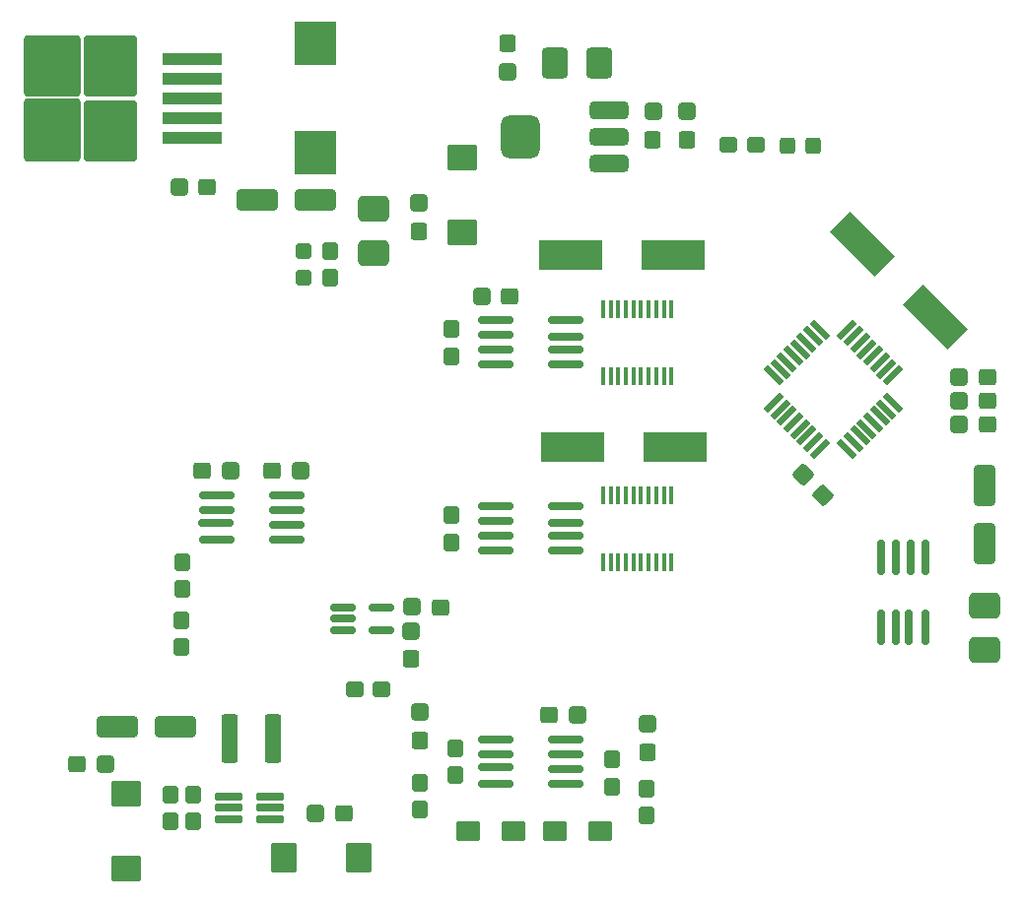
<source format=gbr>
%TF.GenerationSoftware,KiCad,Pcbnew,9.0.2*%
%TF.CreationDate,2025-08-14T17:52:04+08:00*%
%TF.ProjectId,SSRU_v3.1,53535255-5f76-4332-9e31-2e6b69636164,rev?*%
%TF.SameCoordinates,Original*%
%TF.FileFunction,Paste,Top*%
%TF.FilePolarity,Positive*%
%FSLAX46Y46*%
G04 Gerber Fmt 4.6, Leading zero omitted, Abs format (unit mm)*
G04 Created by KiCad (PCBNEW 9.0.2) date 2025-08-14 17:52:04*
%MOMM*%
%LPD*%
G01*
G04 APERTURE LIST*
G04 Aperture macros list*
%AMRoundRect*
0 Rectangle with rounded corners*
0 $1 Rounding radius*
0 $2 $3 $4 $5 $6 $7 $8 $9 X,Y pos of 4 corners*
0 Add a 4 corners polygon primitive as box body*
4,1,4,$2,$3,$4,$5,$6,$7,$8,$9,$2,$3,0*
0 Add four circle primitives for the rounded corners*
1,1,$1+$1,$2,$3*
1,1,$1+$1,$4,$5*
1,1,$1+$1,$6,$7*
1,1,$1+$1,$8,$9*
0 Add four rect primitives between the rounded corners*
20,1,$1+$1,$2,$3,$4,$5,0*
20,1,$1+$1,$4,$5,$6,$7,0*
20,1,$1+$1,$6,$7,$8,$9,0*
20,1,$1+$1,$8,$9,$2,$3,0*%
%AMRotRect*
0 Rectangle, with rotation*
0 The origin of the aperture is its center*
0 $1 length*
0 $2 width*
0 $3 Rotation angle, in degrees counterclockwise*
0 Add horizontal line*
21,1,$1,$2,0,0,$3*%
G04 Aperture macros list end*
%ADD10RoundRect,0.150000X1.350000X0.150000X-1.350000X0.150000X-1.350000X-0.150000X1.350000X-0.150000X0*%
%ADD11RoundRect,0.150000X1.337500X0.150000X-1.337500X0.150000X-1.337500X-0.150000X1.337500X-0.150000X0*%
%ADD12RoundRect,0.150000X0.150000X-1.350000X0.150000X1.350000X-0.150000X1.350000X-0.150000X-1.350000X0*%
%ADD13RoundRect,0.150000X0.150000X-1.337500X0.150000X1.337500X-0.150000X1.337500X-0.150000X-1.337500X0*%
%ADD14RoundRect,0.150000X-1.350000X-0.150000X1.350000X-0.150000X1.350000X0.150000X-1.350000X0.150000X0*%
%ADD15RoundRect,0.150000X-1.337500X-0.150000X1.337500X-0.150000X1.337500X0.150000X-1.337500X0.150000X0*%
%ADD16RoundRect,0.390352X-0.722148X-0.934648X0.722148X-0.934648X0.722148X0.934648X-0.722148X0.934648X0*%
%ADD17RoundRect,0.100000X-0.100000X0.687500X-0.100000X-0.687500X0.100000X-0.687500X0.100000X0.687500X0*%
%ADD18RoundRect,0.100000X-0.099999X0.687500X-0.099999X-0.687500X0.099999X-0.687500X0.099999X0.687500X0*%
%ADD19RoundRect,0.305575X0.412525X-0.460025X0.412525X0.460025X-0.412525X0.460025X-0.412525X-0.460025X0*%
%ADD20RoundRect,0.308511X0.416489X-0.457089X0.416489X0.457089X-0.416489X0.457089X-0.416489X-0.457089X0*%
%ADD21RoundRect,0.305575X0.460025X0.412525X-0.460025X0.412525X-0.460025X-0.412525X0.460025X-0.412525X0*%
%ADD22RoundRect,0.308511X0.457089X0.416489X-0.457089X0.416489X-0.457089X-0.416489X0.457089X-0.416489X0*%
%ADD23RoundRect,0.278125X0.389375X-0.474375X0.389375X0.474375X-0.389375X0.474375X-0.389375X-0.474375X0*%
%ADD24RoundRect,0.375000X1.300000X0.375000X-1.300000X0.375000X-1.300000X-0.375000X1.300000X-0.375000X0*%
%ADD25RoundRect,0.837500X0.837500X1.062500X-0.837500X1.062500X-0.837500X-1.062500X0.837500X-1.062500X0*%
%ADD26RoundRect,0.387500X1.287500X0.387500X-1.287500X0.387500X-1.287500X-0.387500X1.287500X-0.387500X0*%
%ADD27RoundRect,0.250001X-1.044999X0.872499X-1.044999X-0.872499X1.044999X-0.872499X1.044999X0.872499X0*%
%ADD28RoundRect,0.305575X-0.460025X-0.412525X0.460025X-0.412525X0.460025X0.412525X-0.460025X0.412525X0*%
%ADD29RoundRect,0.308511X-0.457089X-0.416489X0.457089X-0.416489X0.457089X0.416489X-0.457089X0.416489X0*%
%ADD30RoundRect,0.293478X-0.406522X0.381522X-0.406522X-0.381522X0.406522X-0.381522X0.406522X0.381522X0*%
%ADD31RoundRect,0.305575X-0.412525X0.460025X-0.412525X-0.460025X0.412525X-0.460025X0.412525X0.460025X0*%
%ADD32RoundRect,0.308511X-0.416489X0.457089X-0.416489X-0.457089X0.416489X-0.457089X0.416489X0.457089X0*%
%ADD33RoundRect,0.293478X0.381522X0.406522X-0.381522X0.406522X-0.381522X-0.406522X0.381522X-0.406522X0*%
%ADD34R,5.500000X2.500000*%
%ADD35RoundRect,0.278125X-0.389375X0.474375X-0.389375X-0.474375X0.389375X-0.474375X0.389375X0.474375X0*%
%ADD36RotRect,5.500000X2.500000X315.000000*%
%ADD37RoundRect,0.390352X0.934648X-0.722148X0.934648X0.722148X-0.934648X0.722148X-0.934648X-0.722148X0*%
%ADD38RoundRect,0.336539X0.713461X0.538461X-0.713461X0.538461X-0.713461X-0.538461X0.713461X-0.538461X0*%
%ADD39RoundRect,0.250000X-0.650000X1.500000X-0.650000X-1.500000X0.650000X-1.500000X0.650000X1.500000X0*%
%ADD40RoundRect,0.250000X1.500000X0.650000X-1.500000X0.650000X-1.500000X-0.650000X1.500000X-0.650000X0*%
%ADD41RotRect,2.000000X0.550000X225.000000*%
%ADD42RotRect,2.000000X0.550000X315.000000*%
%ADD43RotRect,2.000000X0.525000X315.000000*%
%ADD44RotRect,2.000000X0.575000X315.000000*%
%ADD45RotRect,2.000000X0.525000X225.000000*%
%ADD46RoundRect,0.278125X0.474375X0.389375X-0.474375X0.389375X-0.474375X-0.389375X0.474375X-0.389375X0*%
%ADD47RoundRect,0.278125X-0.474375X-0.389375X0.474375X-0.389375X0.474375X0.389375X-0.474375X0.389375X0*%
%ADD48RoundRect,0.336539X-0.713461X-0.538461X0.713461X-0.538461X0.713461X0.538461X-0.713461X0.538461X0*%
%ADD49RoundRect,0.249999X0.450001X1.850001X-0.450001X1.850001X-0.450001X-1.850001X0.450001X-1.850001X0*%
%ADD50RoundRect,0.250000X2.325000X0.300000X-2.325000X0.300000X-2.325000X-0.300000X2.325000X-0.300000X0*%
%ADD51RoundRect,0.250000X2.025000X2.375000X-2.025000X2.375000X-2.025000X-2.375000X2.025000X-2.375000X0*%
%ADD52RoundRect,0.266483X2.158517X2.433517X-2.158517X2.433517X-2.158517X-2.433517X2.158517X-2.433517X0*%
%ADD53RoundRect,0.266483X2.158517X2.358517X-2.158517X2.358517X-2.158517X-2.358517X2.158517X-2.358517X0*%
%ADD54RoundRect,0.250001X-0.872499X-1.044999X0.872499X-1.044999X0.872499X1.044999X-0.872499X1.044999X0*%
%ADD55RoundRect,0.162500X-1.052500X-0.162500X1.052500X-0.162500X1.052500X0.162500X-1.052500X0.162500X0*%
%ADD56RoundRect,0.305575X0.616986X-0.033588X-0.033588X0.616986X-0.616986X0.033588X0.033588X-0.616986X0*%
%ADD57RoundRect,0.308511X0.617713X-0.028709X-0.028709X0.617713X-0.617713X0.028709X0.028709X-0.617713X0*%
%ADD58RoundRect,0.162500X-0.927500X-0.162500X0.927500X-0.162500X0.927500X0.162500X-0.927500X0.162500X0*%
%ADD59R,3.600000X3.800000*%
G04 APERTURE END LIST*
D10*
%TO.C,U10*%
X158000000Y-93905000D03*
X158000000Y-92635000D03*
D11*
X158012500Y-91500000D03*
D10*
X158000000Y-90095000D03*
X152000000Y-90095000D03*
X152000000Y-91365000D03*
X152000000Y-92635000D03*
X152000000Y-93905000D03*
%TD*%
D12*
%TO.C,U13*%
X185095000Y-116500000D03*
X186365000Y-116500000D03*
D13*
X187500000Y-116512500D03*
D12*
X188905000Y-116500000D03*
X188905000Y-110500000D03*
X187635000Y-110500000D03*
X186365000Y-110500000D03*
X185095000Y-110500000D03*
%TD*%
D14*
%TO.C,U14*%
X152000000Y-126095000D03*
X152000000Y-127365000D03*
D15*
X151987500Y-128500000D03*
D14*
X152000000Y-129905000D03*
X158000000Y-129905000D03*
X158000000Y-128635000D03*
X158000000Y-127365000D03*
X158000000Y-126095000D03*
%TD*%
D16*
%TO.C,F2*%
X157112500Y-68000000D03*
X160887500Y-68000000D03*
%TD*%
D17*
%TO.C,U1*%
X167077500Y-89087500D03*
X166427500Y-89087500D03*
X165777500Y-89087500D03*
D18*
X165127499Y-89087500D03*
D17*
X164477500Y-89087500D03*
X163827500Y-89087500D03*
X163177500Y-89087500D03*
X162527500Y-89087500D03*
X161877500Y-89087500D03*
X161227500Y-89087500D03*
X161227500Y-94912500D03*
X161877500Y-94912500D03*
X162527500Y-94912500D03*
X163177500Y-94912500D03*
X163827500Y-94912500D03*
X164477500Y-94912500D03*
X165127500Y-94912500D03*
D18*
X165777499Y-94912500D03*
X166427499Y-94912500D03*
X167077499Y-94912500D03*
%TD*%
D19*
%TO.C,C25*%
X145493100Y-126215600D03*
D20*
X145500000Y-123784400D03*
%TD*%
D21*
%TO.C,C3*%
X194215600Y-99006900D03*
D22*
X191784400Y-99000000D03*
%TD*%
D19*
%TO.C,C9*%
X168393100Y-74531200D03*
D20*
X168400000Y-72100000D03*
%TD*%
D23*
%TO.C,R44*%
X125967500Y-133152500D03*
X125967500Y-130847500D03*
%TD*%
D24*
%TO.C,U5*%
X161725000Y-76600000D03*
D25*
X154075000Y-74300000D03*
D26*
X161725000Y-72025000D03*
D24*
X161725000Y-74300000D03*
%TD*%
D27*
%TO.C,C33*%
X120250000Y-130792500D03*
X120250000Y-137207500D03*
%TD*%
D23*
%TO.C,R28*%
X161967500Y-130152500D03*
X161967500Y-127847500D03*
%TD*%
D28*
%TO.C,C14*%
X126784400Y-102993100D03*
D29*
X129215600Y-103000000D03*
%TD*%
D30*
%TO.C,D4*%
X135467500Y-84125000D03*
X135467500Y-86375000D03*
%TD*%
D21*
%TO.C,C40*%
X153215600Y-88006900D03*
D22*
X150784400Y-88000000D03*
%TD*%
D19*
%TO.C,C19*%
X144743100Y-119215600D03*
D20*
X144750000Y-116784400D03*
%TD*%
D21*
%TO.C,C30*%
X147215600Y-114741900D03*
D22*
X144784400Y-114735000D03*
%TD*%
D19*
%TO.C,C22*%
X164993100Y-127215600D03*
D20*
X165000000Y-124784400D03*
%TD*%
D31*
%TO.C,C12*%
X153006900Y-66284400D03*
D32*
X153000000Y-68715600D03*
%TD*%
D33*
%TO.C,D3*%
X179277500Y-75032500D03*
X177027500Y-75032500D03*
%TD*%
D23*
%TO.C,R7*%
X124967500Y-118152500D03*
X124967500Y-115847500D03*
%TD*%
D21*
%TO.C,C6*%
X127215600Y-78606900D03*
D22*
X124784400Y-78600000D03*
%TD*%
D34*
%TO.C,Y3*%
X167406719Y-100991762D03*
X158593282Y-101000000D03*
%TD*%
%TO.C,Y4*%
X167256719Y-84491762D03*
X158443282Y-84500000D03*
%TD*%
D28*
%TO.C,C21*%
X156584400Y-123993100D03*
D29*
X159015600Y-124000000D03*
%TD*%
D35*
%TO.C,R39*%
X137782500Y-84097500D03*
X137782500Y-86402500D03*
%TD*%
D36*
%TO.C,Y1*%
X183508760Y-83543087D03*
X189746626Y-89769303D03*
%TD*%
D37*
%TO.C,F1*%
X141500000Y-84275000D03*
X141500000Y-80500000D03*
%TD*%
D19*
%TO.C,C10*%
X145393100Y-82431200D03*
D20*
X145400000Y-80000000D03*
%TD*%
D10*
%TO.C,U12*%
X158000000Y-109905000D03*
X158000000Y-108635000D03*
D11*
X158012500Y-107500000D03*
D10*
X158000000Y-106095000D03*
X152000000Y-106095000D03*
X152000000Y-107365000D03*
X152000000Y-108635000D03*
X152000000Y-109905000D03*
%TD*%
D35*
%TO.C,R23*%
X124032500Y-130847500D03*
X124032500Y-133152500D03*
%TD*%
D21*
%TO.C,C2*%
X194215600Y-95006900D03*
D22*
X191784400Y-95000000D03*
%TD*%
D38*
%TO.C,R24*%
X160950000Y-134000000D03*
X157050000Y-134000000D03*
%TD*%
D39*
%TO.C,D6*%
X194000000Y-104250000D03*
X194000000Y-109250000D03*
%TD*%
D40*
%TO.C,D5*%
X124500000Y-125000000D03*
X119500000Y-125000000D03*
%TD*%
D19*
%TO.C,C8*%
X165493100Y-74531200D03*
D20*
X165500000Y-72100000D03*
%TD*%
D41*
%TO.C,U2*%
X186126524Y-94833274D03*
X185560839Y-94267588D03*
X184995153Y-93701903D03*
X184429468Y-93136218D03*
X183863782Y-92570532D03*
X183298097Y-92004847D03*
X182732412Y-91439161D03*
X182166726Y-90873476D03*
D42*
X179833274Y-90873476D03*
D43*
X179276427Y-91430322D03*
D44*
X178693064Y-92013686D03*
D42*
X178136218Y-92570532D03*
X177570532Y-93136218D03*
X177004847Y-93701903D03*
X176439161Y-94267588D03*
X175873476Y-94833274D03*
D41*
X175873476Y-97166726D03*
X176439161Y-97732412D03*
X177004847Y-98298097D03*
D45*
X177579371Y-98872621D03*
D41*
X178136218Y-99429468D03*
X178701903Y-99995153D03*
X179267588Y-100560839D03*
X179833274Y-101126524D03*
D42*
X182166726Y-101126524D03*
X182732412Y-100560839D03*
X183298097Y-99995153D03*
X183863782Y-99429468D03*
X184429468Y-98863782D03*
X184995153Y-98298097D03*
X185560839Y-97732412D03*
X186126524Y-97166726D03*
%TD*%
D46*
%TO.C,R3*%
X142152500Y-121767500D03*
X139847500Y-121767500D03*
%TD*%
D47*
%TO.C,R38*%
X172000000Y-75000000D03*
X174305000Y-75000000D03*
%TD*%
D35*
%TO.C,R17*%
X148185000Y-90847500D03*
X148185000Y-93152500D03*
%TD*%
D48*
%TO.C,R25*%
X149604317Y-134000000D03*
X153504317Y-134000000D03*
%TD*%
D35*
%TO.C,R8*%
X125032500Y-110847500D03*
X125032500Y-113152500D03*
%TD*%
D49*
%TO.C,L2*%
X132850000Y-126000000D03*
X129150000Y-126000000D03*
%TD*%
D50*
%TO.C,U4*%
X125925000Y-74400000D03*
X125925000Y-72700000D03*
X125925000Y-71000000D03*
D51*
X118925000Y-73775000D03*
X118925000Y-68225000D03*
D52*
X113925000Y-73700000D03*
D53*
X113925000Y-68225000D03*
D50*
X125925000Y-69300000D03*
X125925000Y-67600000D03*
%TD*%
D37*
%TO.C,F3*%
X194000000Y-118387500D03*
X194000000Y-114612500D03*
%TD*%
D54*
%TO.C,C32*%
X133792500Y-136250000D03*
X140207500Y-136250000D03*
%TD*%
D55*
%TO.C,U9*%
X129065000Y-131050000D03*
X129065000Y-132000000D03*
X129065000Y-132950000D03*
X132635000Y-132950000D03*
X132635000Y-132000000D03*
X132635000Y-131050000D03*
%TD*%
D28*
%TO.C,C35*%
X116034400Y-128243100D03*
D29*
X118465600Y-128250000D03*
%TD*%
D17*
%TO.C,U7*%
X167077500Y-105087500D03*
X166427500Y-105087500D03*
X165777500Y-105087500D03*
D18*
X165127499Y-105087500D03*
D17*
X164477500Y-105087500D03*
X163827500Y-105087500D03*
X163177500Y-105087500D03*
X162527500Y-105087500D03*
X161877500Y-105087500D03*
X161227500Y-105087500D03*
X161227500Y-110912500D03*
X161877500Y-110912500D03*
X162527500Y-110912500D03*
X163177500Y-110912500D03*
X163827500Y-110912500D03*
X164477500Y-110912500D03*
X165127500Y-110912500D03*
D18*
X165777499Y-110912500D03*
X166427499Y-110912500D03*
X167077499Y-110912500D03*
%TD*%
D23*
%TO.C,R29*%
X164967500Y-132652500D03*
X164967500Y-130347500D03*
%TD*%
%TO.C,R33*%
X148521817Y-129152500D03*
X148521817Y-126847500D03*
%TD*%
D21*
%TO.C,C34*%
X138965600Y-132506900D03*
D22*
X136534400Y-132500000D03*
%TD*%
D56*
%TO.C,C28*%
X180104680Y-105114438D03*
D57*
X178390441Y-103390441D03*
%TD*%
D58*
%TO.C,U8*%
X138840000Y-114785000D03*
X138840000Y-115735000D03*
X138840000Y-116685000D03*
X142160000Y-116685000D03*
X142160000Y-114785000D03*
%TD*%
D35*
%TO.C,R22*%
X148185000Y-106847500D03*
X148185000Y-109152500D03*
%TD*%
D40*
%TO.C,D2*%
X136500000Y-79750000D03*
X131500000Y-79750000D03*
%TD*%
D27*
%TO.C,C20*%
X149100000Y-76092500D03*
X149100000Y-82507500D03*
%TD*%
D21*
%TO.C,C1*%
X194215600Y-97006900D03*
D22*
X191784400Y-97000000D03*
%TD*%
D28*
%TO.C,C13*%
X132784400Y-102993100D03*
D29*
X135215600Y-103000000D03*
%TD*%
D59*
%TO.C,L1*%
X136500000Y-75700000D03*
X136500000Y-66300000D03*
%TD*%
D23*
%TO.C,R32*%
X145467500Y-132152500D03*
X145467500Y-129847500D03*
%TD*%
D14*
%TO.C,U11*%
X128000000Y-105095000D03*
X128000000Y-106365000D03*
D15*
X127987500Y-107500000D03*
D14*
X128000000Y-108905000D03*
X134000000Y-108905000D03*
X134000000Y-107635000D03*
X134000000Y-106365000D03*
X134000000Y-105095000D03*
%TD*%
M02*

</source>
